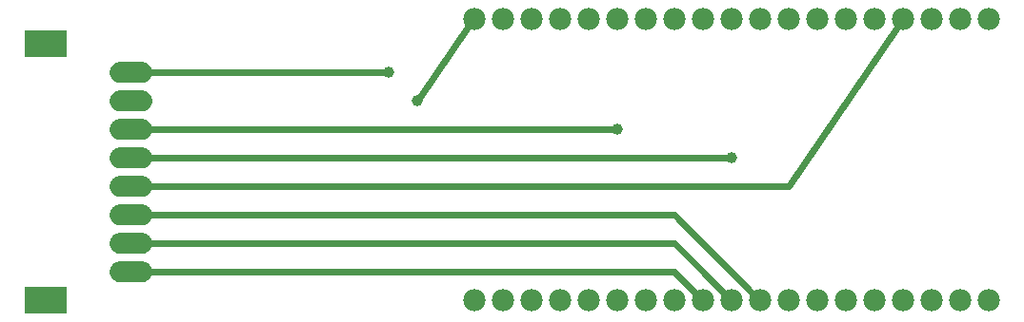
<source format=gtl>
G04 MADE WITH FRITZING*
G04 WWW.FRITZING.ORG*
G04 DOUBLE SIDED*
G04 HOLES PLATED*
G04 CONTOUR ON CENTER OF CONTOUR VECTOR*
%ASAXBY*%
%FSLAX23Y23*%
%MOIN*%
%OFA0B0*%
%SFA1.0B1.0*%
%ADD10C,0.078000*%
%ADD11C,0.039370*%
%ADD12C,0.074000*%
%ADD13R,0.148148X0.096296*%
%ADD14C,0.024000*%
%ADD15R,0.001000X0.001000*%
%LNCOPPER1*%
G90*
G70*
G54D10*
X1654Y56D03*
X1754Y56D03*
X1854Y56D03*
X1954Y56D03*
X2054Y56D03*
X2154Y56D03*
X2254Y56D03*
X2354Y56D03*
X2454Y56D03*
X2554Y56D03*
X2654Y56D03*
X2754Y56D03*
X2854Y56D03*
X2954Y56D03*
X3054Y56D03*
X3154Y56D03*
X3254Y56D03*
X3354Y56D03*
X3454Y56D03*
X1654Y1045D03*
X1754Y1045D03*
X1854Y1045D03*
X1954Y1045D03*
X2054Y1045D03*
X2154Y1045D03*
X2254Y1045D03*
X2354Y1045D03*
X2454Y1045D03*
X2554Y1045D03*
X2654Y1045D03*
X2754Y1045D03*
X2854Y1045D03*
X2954Y1045D03*
X3054Y1045D03*
X3154Y1045D03*
X3254Y1045D03*
X3354Y1045D03*
X3454Y1045D03*
G54D11*
X2154Y656D03*
X2554Y556D03*
X1454Y756D03*
X1354Y856D03*
G54D12*
X454Y856D03*
X454Y756D03*
X454Y656D03*
X454Y556D03*
X454Y456D03*
X454Y356D03*
X454Y256D03*
X454Y156D03*
G54D13*
X154Y956D03*
X154Y56D03*
G54D14*
X2432Y77D02*
X2354Y156D01*
D02*
X2354Y156D02*
X487Y156D01*
D02*
X2454Y156D02*
X2354Y256D01*
D02*
X2354Y256D02*
X487Y256D01*
D02*
X2532Y77D02*
X2454Y156D01*
D02*
X2632Y77D02*
X2354Y356D01*
D02*
X2354Y356D02*
X487Y356D01*
D02*
X3137Y1020D02*
X2754Y456D01*
D02*
X2754Y456D02*
X487Y456D01*
D02*
X2535Y556D02*
X487Y556D01*
D02*
X2135Y656D02*
X487Y656D01*
D02*
X1335Y856D02*
X487Y856D01*
D02*
X1636Y1020D02*
X1464Y771D01*
G54D15*
X410Y893D02*
X496Y893D01*
X406Y892D02*
X500Y892D01*
X403Y891D02*
X503Y891D01*
X401Y890D02*
X505Y890D01*
X399Y889D02*
X507Y889D01*
X397Y888D02*
X509Y888D01*
X396Y887D02*
X510Y887D01*
X394Y886D02*
X512Y886D01*
X393Y885D02*
X513Y885D01*
X392Y884D02*
X514Y884D01*
X391Y883D02*
X515Y883D01*
X390Y882D02*
X516Y882D01*
X389Y881D02*
X517Y881D01*
X388Y880D02*
X518Y880D01*
X387Y879D02*
X519Y879D01*
X386Y878D02*
X448Y878D01*
X458Y878D02*
X520Y878D01*
X386Y877D02*
X444Y877D01*
X461Y877D02*
X520Y877D01*
X385Y876D02*
X442Y876D01*
X464Y876D02*
X521Y876D01*
X384Y875D02*
X441Y875D01*
X465Y875D02*
X522Y875D01*
X384Y874D02*
X439Y874D01*
X467Y874D02*
X522Y874D01*
X383Y873D02*
X438Y873D01*
X468Y873D02*
X523Y873D01*
X383Y872D02*
X437Y872D01*
X469Y872D02*
X523Y872D01*
X382Y871D02*
X436Y871D01*
X470Y871D02*
X524Y871D01*
X382Y870D02*
X435Y870D01*
X471Y870D02*
X524Y870D01*
X382Y869D02*
X434Y869D01*
X472Y869D02*
X524Y869D01*
X381Y868D02*
X434Y868D01*
X472Y868D02*
X525Y868D01*
X381Y867D02*
X433Y867D01*
X473Y867D02*
X525Y867D01*
X381Y866D02*
X433Y866D01*
X473Y866D02*
X525Y866D01*
X381Y865D02*
X432Y865D01*
X474Y865D02*
X525Y865D01*
X380Y864D02*
X432Y864D01*
X474Y864D02*
X526Y864D01*
X380Y863D02*
X432Y863D01*
X474Y863D02*
X526Y863D01*
X380Y862D02*
X431Y862D01*
X475Y862D02*
X526Y862D01*
X380Y861D02*
X431Y861D01*
X475Y861D02*
X526Y861D01*
X380Y860D02*
X431Y860D01*
X475Y860D02*
X526Y860D01*
X380Y859D02*
X431Y859D01*
X475Y859D02*
X526Y859D01*
X380Y858D02*
X431Y858D01*
X475Y858D02*
X526Y858D01*
X380Y857D02*
X431Y857D01*
X475Y857D02*
X526Y857D01*
X380Y856D02*
X431Y856D01*
X475Y856D02*
X526Y856D01*
X380Y855D02*
X431Y855D01*
X475Y855D02*
X526Y855D01*
X380Y854D02*
X431Y854D01*
X475Y854D02*
X526Y854D01*
X380Y853D02*
X431Y853D01*
X475Y853D02*
X526Y853D01*
X380Y852D02*
X431Y852D01*
X475Y852D02*
X526Y852D01*
X380Y851D02*
X431Y851D01*
X475Y851D02*
X526Y851D01*
X380Y850D02*
X432Y850D01*
X474Y850D02*
X526Y850D01*
X380Y849D02*
X432Y849D01*
X474Y849D02*
X526Y849D01*
X381Y848D02*
X432Y848D01*
X474Y848D02*
X525Y848D01*
X381Y847D02*
X433Y847D01*
X473Y847D02*
X525Y847D01*
X381Y846D02*
X433Y846D01*
X473Y846D02*
X525Y846D01*
X381Y845D02*
X434Y845D01*
X472Y845D02*
X525Y845D01*
X382Y844D02*
X434Y844D01*
X471Y844D02*
X524Y844D01*
X382Y843D02*
X435Y843D01*
X471Y843D02*
X524Y843D01*
X383Y842D02*
X436Y842D01*
X470Y842D02*
X523Y842D01*
X383Y841D02*
X437Y841D01*
X469Y841D02*
X523Y841D01*
X383Y840D02*
X438Y840D01*
X468Y840D02*
X523Y840D01*
X384Y839D02*
X439Y839D01*
X467Y839D02*
X522Y839D01*
X385Y838D02*
X441Y838D01*
X465Y838D02*
X521Y838D01*
X385Y837D02*
X443Y837D01*
X463Y837D02*
X521Y837D01*
X386Y836D02*
X445Y836D01*
X461Y836D02*
X520Y836D01*
X386Y835D02*
X448Y835D01*
X458Y835D02*
X519Y835D01*
X387Y834D02*
X519Y834D01*
X388Y833D02*
X518Y833D01*
X389Y832D02*
X517Y832D01*
X390Y831D02*
X516Y831D01*
X391Y830D02*
X515Y830D01*
X392Y829D02*
X514Y829D01*
X393Y828D02*
X513Y828D01*
X394Y827D02*
X512Y827D01*
X396Y826D02*
X510Y826D01*
X397Y825D02*
X509Y825D01*
X399Y824D02*
X507Y824D01*
X401Y823D02*
X505Y823D01*
X403Y822D02*
X502Y822D01*
X407Y821D02*
X499Y821D01*
X411Y820D02*
X495Y820D01*
X410Y793D02*
X496Y793D01*
X406Y792D02*
X500Y792D01*
X403Y791D02*
X503Y791D01*
X401Y790D02*
X505Y790D01*
X399Y789D02*
X507Y789D01*
X397Y788D02*
X509Y788D01*
X395Y787D02*
X511Y787D01*
X394Y786D02*
X512Y786D01*
X393Y785D02*
X513Y785D01*
X392Y784D02*
X514Y784D01*
X391Y783D02*
X515Y783D01*
X390Y782D02*
X516Y782D01*
X389Y781D02*
X517Y781D01*
X388Y780D02*
X518Y780D01*
X387Y779D02*
X519Y779D01*
X386Y778D02*
X447Y778D01*
X459Y778D02*
X520Y778D01*
X386Y777D02*
X444Y777D01*
X462Y777D02*
X520Y777D01*
X385Y776D02*
X442Y776D01*
X464Y776D02*
X521Y776D01*
X384Y775D02*
X440Y775D01*
X466Y775D02*
X522Y775D01*
X384Y774D02*
X439Y774D01*
X467Y774D02*
X522Y774D01*
X383Y773D02*
X438Y773D01*
X468Y773D02*
X523Y773D01*
X383Y772D02*
X437Y772D01*
X469Y772D02*
X523Y772D01*
X382Y771D02*
X436Y771D01*
X470Y771D02*
X524Y771D01*
X382Y770D02*
X435Y770D01*
X471Y770D02*
X524Y770D01*
X382Y769D02*
X434Y769D01*
X472Y769D02*
X524Y769D01*
X381Y768D02*
X434Y768D01*
X472Y768D02*
X525Y768D01*
X381Y767D02*
X433Y767D01*
X473Y767D02*
X525Y767D01*
X381Y766D02*
X433Y766D01*
X473Y766D02*
X525Y766D01*
X380Y765D02*
X432Y765D01*
X474Y765D02*
X525Y765D01*
X380Y764D02*
X432Y764D01*
X474Y764D02*
X526Y764D01*
X380Y763D02*
X432Y763D01*
X474Y763D02*
X526Y763D01*
X380Y762D02*
X431Y762D01*
X475Y762D02*
X526Y762D01*
X380Y761D02*
X431Y761D01*
X475Y761D02*
X526Y761D01*
X380Y760D02*
X431Y760D01*
X475Y760D02*
X526Y760D01*
X380Y759D02*
X431Y759D01*
X475Y759D02*
X526Y759D01*
X380Y758D02*
X431Y758D01*
X475Y758D02*
X526Y758D01*
X380Y757D02*
X431Y757D01*
X475Y757D02*
X526Y757D01*
X380Y756D02*
X431Y756D01*
X475Y756D02*
X526Y756D01*
X380Y755D02*
X431Y755D01*
X475Y755D02*
X526Y755D01*
X380Y754D02*
X431Y754D01*
X475Y754D02*
X526Y754D01*
X380Y753D02*
X431Y753D01*
X475Y753D02*
X526Y753D01*
X380Y752D02*
X431Y752D01*
X475Y752D02*
X526Y752D01*
X380Y751D02*
X431Y751D01*
X475Y751D02*
X526Y751D01*
X380Y750D02*
X432Y750D01*
X474Y750D02*
X526Y750D01*
X380Y749D02*
X432Y749D01*
X474Y749D02*
X526Y749D01*
X381Y748D02*
X432Y748D01*
X474Y748D02*
X525Y748D01*
X381Y747D02*
X433Y747D01*
X473Y747D02*
X525Y747D01*
X381Y746D02*
X433Y746D01*
X473Y746D02*
X525Y746D01*
X381Y745D02*
X434Y745D01*
X472Y745D02*
X525Y745D01*
X382Y744D02*
X435Y744D01*
X471Y744D02*
X524Y744D01*
X382Y743D02*
X435Y743D01*
X471Y743D02*
X524Y743D01*
X383Y742D02*
X436Y742D01*
X470Y742D02*
X523Y742D01*
X383Y741D02*
X437Y741D01*
X469Y741D02*
X523Y741D01*
X383Y740D02*
X438Y740D01*
X468Y740D02*
X522Y740D01*
X384Y739D02*
X439Y739D01*
X466Y739D02*
X522Y739D01*
X385Y738D02*
X441Y738D01*
X465Y738D02*
X521Y738D01*
X385Y737D02*
X443Y737D01*
X463Y737D02*
X521Y737D01*
X386Y736D02*
X445Y736D01*
X461Y736D02*
X520Y736D01*
X387Y735D02*
X449Y735D01*
X457Y735D02*
X519Y735D01*
X387Y734D02*
X519Y734D01*
X388Y733D02*
X518Y733D01*
X389Y732D02*
X517Y732D01*
X390Y731D02*
X516Y731D01*
X391Y730D02*
X515Y730D01*
X392Y729D02*
X514Y729D01*
X393Y728D02*
X513Y728D01*
X394Y727D02*
X512Y727D01*
X396Y726D02*
X510Y726D01*
X397Y725D02*
X509Y725D01*
X399Y724D02*
X507Y724D01*
X401Y723D02*
X505Y723D01*
X404Y722D02*
X502Y722D01*
X407Y721D02*
X499Y721D01*
X412Y720D02*
X494Y720D01*
X409Y693D02*
X497Y693D01*
X405Y692D02*
X501Y692D01*
X403Y691D02*
X503Y691D01*
X400Y690D02*
X506Y690D01*
X398Y689D02*
X508Y689D01*
X397Y688D02*
X509Y688D01*
X395Y687D02*
X511Y687D01*
X394Y686D02*
X512Y686D01*
X393Y685D02*
X513Y685D01*
X392Y684D02*
X514Y684D01*
X390Y683D02*
X515Y683D01*
X390Y682D02*
X516Y682D01*
X389Y681D02*
X517Y681D01*
X388Y680D02*
X518Y680D01*
X387Y679D02*
X519Y679D01*
X386Y678D02*
X447Y678D01*
X459Y678D02*
X520Y678D01*
X386Y677D02*
X444Y677D01*
X462Y677D02*
X520Y677D01*
X385Y676D02*
X442Y676D01*
X464Y676D02*
X521Y676D01*
X384Y675D02*
X440Y675D01*
X466Y675D02*
X522Y675D01*
X384Y674D02*
X439Y674D01*
X467Y674D02*
X522Y674D01*
X383Y673D02*
X438Y673D01*
X468Y673D02*
X523Y673D01*
X383Y672D02*
X437Y672D01*
X469Y672D02*
X523Y672D01*
X382Y671D02*
X436Y671D01*
X470Y671D02*
X524Y671D01*
X382Y670D02*
X435Y670D01*
X471Y670D02*
X524Y670D01*
X382Y669D02*
X434Y669D01*
X472Y669D02*
X524Y669D01*
X381Y668D02*
X434Y668D01*
X472Y668D02*
X525Y668D01*
X381Y667D02*
X433Y667D01*
X473Y667D02*
X525Y667D01*
X381Y666D02*
X433Y666D01*
X473Y666D02*
X525Y666D01*
X380Y665D02*
X432Y665D01*
X474Y665D02*
X526Y665D01*
X380Y664D02*
X432Y664D01*
X474Y664D02*
X526Y664D01*
X380Y663D02*
X432Y663D01*
X474Y663D02*
X526Y663D01*
X380Y662D02*
X431Y662D01*
X475Y662D02*
X526Y662D01*
X380Y661D02*
X431Y661D01*
X475Y661D02*
X526Y661D01*
X380Y660D02*
X431Y660D01*
X475Y660D02*
X526Y660D01*
X380Y659D02*
X431Y659D01*
X475Y659D02*
X526Y659D01*
X380Y658D02*
X431Y658D01*
X475Y658D02*
X526Y658D01*
X380Y657D02*
X431Y657D01*
X475Y657D02*
X526Y657D01*
X380Y656D02*
X431Y656D01*
X475Y656D02*
X526Y656D01*
X380Y655D02*
X431Y655D01*
X475Y655D02*
X526Y655D01*
X380Y654D02*
X431Y654D01*
X475Y654D02*
X526Y654D01*
X380Y653D02*
X431Y653D01*
X475Y653D02*
X526Y653D01*
X380Y652D02*
X431Y652D01*
X475Y652D02*
X526Y652D01*
X380Y651D02*
X431Y651D01*
X475Y651D02*
X526Y651D01*
X380Y650D02*
X432Y650D01*
X474Y650D02*
X526Y650D01*
X380Y649D02*
X432Y649D01*
X474Y649D02*
X526Y649D01*
X381Y648D02*
X432Y648D01*
X474Y648D02*
X525Y648D01*
X381Y647D02*
X433Y647D01*
X473Y647D02*
X525Y647D01*
X381Y646D02*
X433Y646D01*
X473Y646D02*
X525Y646D01*
X381Y645D02*
X434Y645D01*
X472Y645D02*
X525Y645D01*
X382Y644D02*
X435Y644D01*
X471Y644D02*
X524Y644D01*
X382Y643D02*
X435Y643D01*
X471Y643D02*
X524Y643D01*
X383Y642D02*
X436Y642D01*
X470Y642D02*
X523Y642D01*
X383Y641D02*
X437Y641D01*
X469Y641D02*
X523Y641D01*
X384Y640D02*
X438Y640D01*
X468Y640D02*
X522Y640D01*
X384Y639D02*
X440Y639D01*
X466Y639D02*
X522Y639D01*
X385Y638D02*
X441Y638D01*
X465Y638D02*
X521Y638D01*
X385Y637D02*
X443Y637D01*
X463Y637D02*
X521Y637D01*
X386Y636D02*
X445Y636D01*
X460Y636D02*
X520Y636D01*
X387Y635D02*
X449Y635D01*
X457Y635D02*
X519Y635D01*
X387Y634D02*
X519Y634D01*
X388Y633D02*
X518Y633D01*
X389Y632D02*
X517Y632D01*
X390Y631D02*
X516Y631D01*
X391Y630D02*
X515Y630D01*
X392Y629D02*
X514Y629D01*
X393Y628D02*
X513Y628D01*
X395Y627D02*
X511Y627D01*
X396Y626D02*
X510Y626D01*
X398Y625D02*
X508Y625D01*
X399Y624D02*
X507Y624D01*
X401Y623D02*
X505Y623D01*
X404Y622D02*
X502Y622D01*
X407Y621D02*
X499Y621D01*
X413Y620D02*
X493Y620D01*
X409Y593D02*
X497Y593D01*
X405Y592D02*
X501Y592D01*
X402Y591D02*
X504Y591D01*
X400Y590D02*
X506Y590D01*
X398Y589D02*
X508Y589D01*
X397Y588D02*
X509Y588D01*
X395Y587D02*
X511Y587D01*
X394Y586D02*
X512Y586D01*
X393Y585D02*
X513Y585D01*
X391Y584D02*
X515Y584D01*
X390Y583D02*
X516Y583D01*
X389Y582D02*
X517Y582D01*
X389Y581D02*
X517Y581D01*
X388Y580D02*
X518Y580D01*
X387Y579D02*
X519Y579D01*
X386Y578D02*
X447Y578D01*
X459Y578D02*
X520Y578D01*
X386Y577D02*
X444Y577D01*
X462Y577D02*
X520Y577D01*
X385Y576D02*
X442Y576D01*
X464Y576D02*
X521Y576D01*
X384Y575D02*
X440Y575D01*
X466Y575D02*
X522Y575D01*
X384Y574D02*
X439Y574D01*
X467Y574D02*
X522Y574D01*
X383Y573D02*
X438Y573D01*
X468Y573D02*
X523Y573D01*
X383Y572D02*
X437Y572D01*
X469Y572D02*
X523Y572D01*
X382Y571D02*
X436Y571D01*
X470Y571D02*
X524Y571D01*
X382Y570D02*
X435Y570D01*
X471Y570D02*
X524Y570D01*
X382Y569D02*
X434Y569D01*
X472Y569D02*
X524Y569D01*
X381Y568D02*
X434Y568D01*
X472Y568D02*
X525Y568D01*
X381Y567D02*
X433Y567D01*
X473Y567D02*
X525Y567D01*
X381Y566D02*
X433Y566D01*
X473Y566D02*
X525Y566D01*
X380Y565D02*
X432Y565D01*
X474Y565D02*
X526Y565D01*
X380Y564D02*
X432Y564D01*
X474Y564D02*
X526Y564D01*
X380Y563D02*
X431Y563D01*
X474Y563D02*
X526Y563D01*
X380Y562D02*
X431Y562D01*
X475Y562D02*
X526Y562D01*
X380Y561D02*
X431Y561D01*
X475Y561D02*
X526Y561D01*
X380Y560D02*
X431Y560D01*
X475Y560D02*
X526Y560D01*
X380Y559D02*
X431Y559D01*
X475Y559D02*
X526Y559D01*
X380Y558D02*
X431Y558D01*
X475Y558D02*
X526Y558D01*
X380Y557D02*
X431Y557D01*
X475Y557D02*
X526Y557D01*
X380Y556D02*
X431Y556D01*
X475Y556D02*
X526Y556D01*
X380Y555D02*
X431Y555D01*
X475Y555D02*
X526Y555D01*
X380Y554D02*
X431Y554D01*
X475Y554D02*
X526Y554D01*
X380Y553D02*
X431Y553D01*
X475Y553D02*
X526Y553D01*
X380Y552D02*
X431Y552D01*
X475Y552D02*
X526Y552D01*
X380Y551D02*
X431Y551D01*
X475Y551D02*
X526Y551D01*
X380Y550D02*
X432Y550D01*
X474Y550D02*
X526Y550D01*
X380Y549D02*
X432Y549D01*
X474Y549D02*
X526Y549D01*
X381Y548D02*
X432Y548D01*
X474Y548D02*
X525Y548D01*
X381Y547D02*
X433Y547D01*
X473Y547D02*
X525Y547D01*
X381Y546D02*
X433Y546D01*
X473Y546D02*
X525Y546D01*
X381Y545D02*
X434Y545D01*
X472Y545D02*
X525Y545D01*
X382Y544D02*
X435Y544D01*
X471Y544D02*
X524Y544D01*
X382Y543D02*
X436Y543D01*
X470Y543D02*
X524Y543D01*
X383Y542D02*
X436Y542D01*
X470Y542D02*
X523Y542D01*
X383Y541D02*
X437Y541D01*
X469Y541D02*
X523Y541D01*
X384Y540D02*
X438Y540D01*
X467Y540D02*
X522Y540D01*
X384Y539D02*
X440Y539D01*
X466Y539D02*
X522Y539D01*
X385Y538D02*
X441Y538D01*
X465Y538D02*
X521Y538D01*
X385Y537D02*
X443Y537D01*
X463Y537D02*
X521Y537D01*
X386Y536D02*
X446Y536D01*
X460Y536D02*
X520Y536D01*
X387Y535D02*
X450Y535D01*
X456Y535D02*
X519Y535D01*
X387Y534D02*
X519Y534D01*
X388Y533D02*
X518Y533D01*
X389Y532D02*
X517Y532D01*
X390Y531D02*
X516Y531D01*
X391Y530D02*
X515Y530D01*
X392Y529D02*
X514Y529D01*
X393Y528D02*
X513Y528D01*
X395Y527D02*
X511Y527D01*
X396Y526D02*
X510Y526D01*
X398Y525D02*
X508Y525D01*
X400Y524D02*
X506Y524D01*
X402Y523D02*
X504Y523D01*
X404Y522D02*
X502Y522D01*
X408Y521D02*
X498Y521D01*
X414Y520D02*
X492Y520D01*
X409Y493D02*
X497Y493D01*
X405Y492D02*
X501Y492D01*
X402Y491D02*
X504Y491D01*
X400Y490D02*
X506Y490D01*
X398Y489D02*
X508Y489D01*
X397Y488D02*
X509Y488D01*
X395Y487D02*
X511Y487D01*
X394Y486D02*
X512Y486D01*
X392Y485D02*
X513Y485D01*
X391Y484D02*
X515Y484D01*
X390Y483D02*
X516Y483D01*
X389Y482D02*
X517Y482D01*
X388Y481D02*
X518Y481D01*
X388Y480D02*
X518Y480D01*
X387Y479D02*
X519Y479D01*
X386Y478D02*
X447Y478D01*
X459Y478D02*
X520Y478D01*
X385Y477D02*
X444Y477D01*
X462Y477D02*
X521Y477D01*
X385Y476D02*
X442Y476D01*
X464Y476D02*
X521Y476D01*
X384Y475D02*
X440Y475D01*
X466Y475D02*
X522Y475D01*
X384Y474D02*
X439Y474D01*
X467Y474D02*
X522Y474D01*
X383Y473D02*
X438Y473D01*
X468Y473D02*
X523Y473D01*
X383Y472D02*
X437Y472D01*
X469Y472D02*
X523Y472D01*
X382Y471D02*
X436Y471D01*
X470Y471D02*
X524Y471D01*
X382Y470D02*
X435Y470D01*
X471Y470D02*
X524Y470D01*
X382Y469D02*
X434Y469D01*
X472Y469D02*
X524Y469D01*
X381Y468D02*
X434Y468D01*
X472Y468D02*
X525Y468D01*
X381Y467D02*
X433Y467D01*
X473Y467D02*
X525Y467D01*
X381Y466D02*
X433Y466D01*
X473Y466D02*
X525Y466D01*
X380Y465D02*
X432Y465D01*
X474Y465D02*
X526Y465D01*
X380Y464D02*
X432Y464D01*
X474Y464D02*
X526Y464D01*
X380Y463D02*
X431Y463D01*
X475Y463D02*
X526Y463D01*
X380Y462D02*
X431Y462D01*
X475Y462D02*
X526Y462D01*
X380Y461D02*
X431Y461D01*
X475Y461D02*
X526Y461D01*
X380Y460D02*
X431Y460D01*
X475Y460D02*
X526Y460D01*
X380Y459D02*
X431Y459D01*
X475Y459D02*
X526Y459D01*
X380Y458D02*
X431Y458D01*
X475Y458D02*
X526Y458D01*
X380Y457D02*
X431Y457D01*
X475Y457D02*
X526Y457D01*
X380Y456D02*
X431Y456D01*
X475Y456D02*
X526Y456D01*
X380Y455D02*
X431Y455D01*
X475Y455D02*
X526Y455D01*
X380Y454D02*
X431Y454D01*
X475Y454D02*
X526Y454D01*
X380Y453D02*
X431Y453D01*
X475Y453D02*
X526Y453D01*
X380Y452D02*
X431Y452D01*
X475Y452D02*
X526Y452D01*
X380Y451D02*
X431Y451D01*
X475Y451D02*
X526Y451D01*
X380Y450D02*
X432Y450D01*
X474Y450D02*
X526Y450D01*
X380Y449D02*
X432Y449D01*
X474Y449D02*
X526Y449D01*
X381Y448D02*
X432Y448D01*
X474Y448D02*
X525Y448D01*
X381Y447D02*
X433Y447D01*
X473Y447D02*
X525Y447D01*
X381Y446D02*
X434Y446D01*
X472Y446D02*
X525Y446D01*
X382Y445D02*
X434Y445D01*
X472Y445D02*
X524Y445D01*
X382Y444D02*
X435Y444D01*
X471Y444D02*
X524Y444D01*
X382Y443D02*
X436Y443D01*
X470Y443D02*
X524Y443D01*
X383Y442D02*
X436Y442D01*
X470Y442D02*
X523Y442D01*
X383Y441D02*
X437Y441D01*
X469Y441D02*
X523Y441D01*
X384Y440D02*
X439Y440D01*
X467Y440D02*
X522Y440D01*
X384Y439D02*
X440Y439D01*
X466Y439D02*
X522Y439D01*
X385Y438D02*
X441Y438D01*
X465Y438D02*
X521Y438D01*
X385Y437D02*
X443Y437D01*
X463Y437D02*
X521Y437D01*
X386Y436D02*
X446Y436D01*
X460Y436D02*
X520Y436D01*
X387Y435D02*
X451Y435D01*
X455Y435D02*
X519Y435D01*
X387Y434D02*
X518Y434D01*
X388Y433D02*
X518Y433D01*
X389Y432D02*
X517Y432D01*
X390Y431D02*
X516Y431D01*
X391Y430D02*
X515Y430D01*
X392Y429D02*
X514Y429D01*
X393Y428D02*
X512Y428D01*
X395Y427D02*
X511Y427D01*
X396Y426D02*
X510Y426D01*
X398Y425D02*
X508Y425D01*
X400Y424D02*
X506Y424D01*
X402Y423D02*
X504Y423D01*
X404Y422D02*
X502Y422D01*
X408Y421D02*
X498Y421D01*
X415Y420D02*
X491Y420D01*
X408Y393D02*
X498Y393D01*
X405Y392D02*
X501Y392D01*
X402Y391D02*
X504Y391D01*
X400Y390D02*
X506Y390D01*
X398Y389D02*
X508Y389D01*
X396Y388D02*
X510Y388D01*
X395Y387D02*
X511Y387D01*
X394Y386D02*
X512Y386D01*
X392Y385D02*
X514Y385D01*
X391Y384D02*
X515Y384D01*
X390Y383D02*
X516Y383D01*
X389Y382D02*
X517Y382D01*
X388Y381D02*
X518Y381D01*
X388Y380D02*
X518Y380D01*
X387Y379D02*
X519Y379D01*
X386Y378D02*
X446Y378D01*
X460Y378D02*
X520Y378D01*
X385Y377D02*
X443Y377D01*
X463Y377D02*
X521Y377D01*
X385Y376D02*
X442Y376D01*
X464Y376D02*
X521Y376D01*
X384Y375D02*
X440Y375D01*
X466Y375D02*
X522Y375D01*
X384Y374D02*
X439Y374D01*
X467Y374D02*
X522Y374D01*
X383Y373D02*
X437Y373D01*
X468Y373D02*
X523Y373D01*
X383Y372D02*
X436Y372D01*
X469Y372D02*
X523Y372D01*
X382Y371D02*
X436Y371D01*
X470Y371D02*
X524Y371D01*
X382Y370D02*
X435Y370D01*
X471Y370D02*
X524Y370D01*
X382Y369D02*
X434Y369D01*
X472Y369D02*
X524Y369D01*
X381Y368D02*
X434Y368D01*
X472Y368D02*
X525Y368D01*
X381Y367D02*
X433Y367D01*
X473Y367D02*
X525Y367D01*
X381Y366D02*
X432Y366D01*
X474Y366D02*
X525Y366D01*
X380Y365D02*
X432Y365D01*
X474Y365D02*
X526Y365D01*
X380Y364D02*
X432Y364D01*
X474Y364D02*
X526Y364D01*
X380Y363D02*
X431Y363D01*
X475Y363D02*
X526Y363D01*
X380Y362D02*
X431Y362D01*
X475Y362D02*
X526Y362D01*
X380Y361D02*
X431Y361D01*
X475Y361D02*
X526Y361D01*
X380Y360D02*
X431Y360D01*
X475Y360D02*
X526Y360D01*
X380Y359D02*
X431Y359D01*
X475Y359D02*
X526Y359D01*
X380Y358D02*
X431Y358D01*
X475Y358D02*
X526Y358D01*
X380Y357D02*
X431Y357D01*
X475Y357D02*
X526Y357D01*
X380Y356D02*
X431Y356D01*
X475Y356D02*
X526Y356D01*
X380Y355D02*
X431Y355D01*
X475Y355D02*
X526Y355D01*
X380Y354D02*
X431Y354D01*
X475Y354D02*
X526Y354D01*
X380Y353D02*
X431Y353D01*
X475Y353D02*
X526Y353D01*
X380Y352D02*
X431Y352D01*
X475Y352D02*
X526Y352D01*
X380Y351D02*
X431Y351D01*
X475Y351D02*
X526Y351D01*
X380Y350D02*
X432Y350D01*
X474Y350D02*
X526Y350D01*
X380Y349D02*
X432Y349D01*
X474Y349D02*
X526Y349D01*
X381Y348D02*
X432Y348D01*
X474Y348D02*
X525Y348D01*
X381Y347D02*
X433Y347D01*
X473Y347D02*
X525Y347D01*
X381Y346D02*
X434Y346D01*
X472Y346D02*
X525Y346D01*
X382Y345D02*
X434Y345D01*
X472Y345D02*
X524Y345D01*
X382Y344D02*
X435Y344D01*
X471Y344D02*
X524Y344D01*
X382Y343D02*
X436Y343D01*
X470Y343D02*
X524Y343D01*
X383Y342D02*
X436Y342D01*
X469Y342D02*
X523Y342D01*
X383Y341D02*
X437Y341D01*
X468Y341D02*
X523Y341D01*
X384Y340D02*
X439Y340D01*
X467Y340D02*
X522Y340D01*
X384Y339D02*
X440Y339D01*
X466Y339D02*
X522Y339D01*
X385Y338D02*
X442Y338D01*
X464Y338D02*
X521Y338D01*
X385Y337D02*
X443Y337D01*
X463Y337D02*
X521Y337D01*
X386Y336D02*
X446Y336D01*
X460Y336D02*
X520Y336D01*
X387Y335D02*
X519Y335D01*
X388Y334D02*
X518Y334D01*
X388Y333D02*
X518Y333D01*
X389Y332D02*
X517Y332D01*
X390Y331D02*
X516Y331D01*
X391Y330D02*
X515Y330D01*
X392Y329D02*
X514Y329D01*
X394Y328D02*
X512Y328D01*
X395Y327D02*
X511Y327D01*
X396Y326D02*
X510Y326D01*
X398Y325D02*
X508Y325D01*
X400Y324D02*
X506Y324D01*
X402Y323D02*
X504Y323D01*
X405Y322D02*
X501Y322D01*
X408Y321D02*
X498Y321D01*
X416Y294D02*
X490Y294D01*
X408Y293D02*
X498Y293D01*
X404Y292D02*
X502Y292D01*
X402Y291D02*
X504Y291D01*
X400Y290D02*
X506Y290D01*
X398Y289D02*
X508Y289D01*
X396Y288D02*
X510Y288D01*
X395Y287D02*
X511Y287D01*
X393Y286D02*
X512Y286D01*
X392Y285D02*
X514Y285D01*
X391Y284D02*
X515Y284D01*
X390Y283D02*
X516Y283D01*
X389Y282D02*
X517Y282D01*
X388Y281D02*
X518Y281D01*
X388Y280D02*
X518Y280D01*
X387Y279D02*
X451Y279D01*
X455Y279D02*
X519Y279D01*
X386Y278D02*
X446Y278D01*
X460Y278D02*
X520Y278D01*
X385Y277D02*
X443Y277D01*
X463Y277D02*
X521Y277D01*
X385Y276D02*
X441Y276D01*
X465Y276D02*
X521Y276D01*
X384Y275D02*
X440Y275D01*
X466Y275D02*
X522Y275D01*
X384Y274D02*
X439Y274D01*
X467Y274D02*
X522Y274D01*
X383Y273D02*
X437Y273D01*
X469Y273D02*
X523Y273D01*
X383Y272D02*
X436Y272D01*
X470Y272D02*
X523Y272D01*
X382Y271D02*
X436Y271D01*
X470Y271D02*
X524Y271D01*
X382Y270D02*
X435Y270D01*
X471Y270D02*
X524Y270D01*
X382Y269D02*
X434Y269D01*
X472Y269D02*
X524Y269D01*
X381Y268D02*
X434Y268D01*
X472Y268D02*
X525Y268D01*
X381Y267D02*
X433Y267D01*
X473Y267D02*
X525Y267D01*
X381Y266D02*
X432Y266D01*
X474Y266D02*
X525Y266D01*
X380Y265D02*
X432Y265D01*
X474Y265D02*
X526Y265D01*
X380Y264D02*
X432Y264D01*
X474Y264D02*
X526Y264D01*
X380Y263D02*
X431Y263D01*
X475Y263D02*
X526Y263D01*
X380Y262D02*
X431Y262D01*
X475Y262D02*
X526Y262D01*
X380Y261D02*
X431Y261D01*
X475Y261D02*
X526Y261D01*
X380Y260D02*
X431Y260D01*
X475Y260D02*
X526Y260D01*
X380Y259D02*
X431Y259D01*
X475Y259D02*
X526Y259D01*
X380Y258D02*
X431Y258D01*
X475Y258D02*
X526Y258D01*
X380Y257D02*
X431Y257D01*
X475Y257D02*
X526Y257D01*
X380Y256D02*
X431Y256D01*
X475Y256D02*
X526Y256D01*
X380Y255D02*
X431Y255D01*
X475Y255D02*
X526Y255D01*
X380Y254D02*
X431Y254D01*
X475Y254D02*
X526Y254D01*
X380Y253D02*
X431Y253D01*
X475Y253D02*
X526Y253D01*
X380Y252D02*
X431Y252D01*
X475Y252D02*
X526Y252D01*
X380Y251D02*
X431Y251D01*
X475Y251D02*
X526Y251D01*
X380Y250D02*
X432Y250D01*
X474Y250D02*
X526Y250D01*
X380Y249D02*
X432Y249D01*
X474Y249D02*
X526Y249D01*
X381Y248D02*
X433Y248D01*
X473Y248D02*
X525Y248D01*
X381Y247D02*
X433Y247D01*
X473Y247D02*
X525Y247D01*
X381Y246D02*
X434Y246D01*
X472Y246D02*
X525Y246D01*
X382Y245D02*
X434Y245D01*
X472Y245D02*
X524Y245D01*
X382Y244D02*
X435Y244D01*
X471Y244D02*
X524Y244D01*
X382Y243D02*
X436Y243D01*
X470Y243D02*
X524Y243D01*
X383Y242D02*
X437Y242D01*
X469Y242D02*
X523Y242D01*
X383Y241D02*
X438Y241D01*
X468Y241D02*
X523Y241D01*
X384Y240D02*
X439Y240D01*
X467Y240D02*
X522Y240D01*
X384Y239D02*
X440Y239D01*
X466Y239D02*
X522Y239D01*
X385Y238D02*
X442Y238D01*
X464Y238D02*
X521Y238D01*
X385Y237D02*
X444Y237D01*
X462Y237D02*
X521Y237D01*
X386Y236D02*
X447Y236D01*
X459Y236D02*
X520Y236D01*
X387Y235D02*
X519Y235D01*
X388Y234D02*
X518Y234D01*
X388Y233D02*
X518Y233D01*
X389Y232D02*
X517Y232D01*
X390Y231D02*
X516Y231D01*
X391Y230D02*
X515Y230D01*
X392Y229D02*
X513Y229D01*
X394Y228D02*
X512Y228D01*
X395Y227D02*
X511Y227D01*
X397Y226D02*
X509Y226D01*
X398Y225D02*
X508Y225D01*
X400Y224D02*
X506Y224D01*
X402Y223D02*
X504Y223D01*
X405Y222D02*
X501Y222D01*
X409Y221D02*
X497Y221D01*
X414Y194D02*
X492Y194D01*
X408Y193D02*
X498Y193D01*
X404Y192D02*
X502Y192D01*
X402Y191D02*
X504Y191D01*
X400Y190D02*
X506Y190D01*
X398Y189D02*
X508Y189D01*
X396Y188D02*
X510Y188D01*
X395Y187D02*
X511Y187D01*
X393Y186D02*
X513Y186D01*
X392Y185D02*
X514Y185D01*
X391Y184D02*
X515Y184D01*
X390Y183D02*
X516Y183D01*
X389Y182D02*
X517Y182D01*
X388Y181D02*
X518Y181D01*
X387Y180D02*
X519Y180D01*
X387Y179D02*
X450Y179D01*
X456Y179D02*
X519Y179D01*
X386Y178D02*
X446Y178D01*
X460Y178D02*
X520Y178D01*
X385Y177D02*
X443Y177D01*
X463Y177D02*
X521Y177D01*
X385Y176D02*
X441Y176D01*
X465Y176D02*
X521Y176D01*
X384Y175D02*
X440Y175D01*
X466Y175D02*
X522Y175D01*
X384Y174D02*
X439Y174D01*
X467Y174D02*
X522Y174D01*
X383Y173D02*
X437Y173D01*
X469Y173D02*
X523Y173D01*
X383Y172D02*
X436Y172D01*
X470Y172D02*
X523Y172D01*
X382Y171D02*
X436Y171D01*
X470Y171D02*
X524Y171D01*
X382Y170D02*
X435Y170D01*
X471Y170D02*
X524Y170D01*
X381Y169D02*
X434Y169D01*
X472Y169D02*
X525Y169D01*
X381Y168D02*
X433Y168D01*
X473Y168D02*
X525Y168D01*
X381Y167D02*
X433Y167D01*
X473Y167D02*
X525Y167D01*
X381Y166D02*
X432Y166D01*
X474Y166D02*
X525Y166D01*
X380Y165D02*
X432Y165D01*
X474Y165D02*
X526Y165D01*
X380Y164D02*
X432Y164D01*
X474Y164D02*
X526Y164D01*
X380Y163D02*
X431Y163D01*
X475Y163D02*
X526Y163D01*
X380Y162D02*
X431Y162D01*
X475Y162D02*
X526Y162D01*
X380Y161D02*
X431Y161D01*
X475Y161D02*
X526Y161D01*
X380Y160D02*
X431Y160D01*
X475Y160D02*
X526Y160D01*
X380Y159D02*
X431Y159D01*
X475Y159D02*
X526Y159D01*
X380Y158D02*
X431Y158D01*
X475Y158D02*
X526Y158D01*
X380Y157D02*
X431Y157D01*
X475Y157D02*
X526Y157D01*
X380Y156D02*
X431Y156D01*
X475Y156D02*
X526Y156D01*
X380Y155D02*
X431Y155D01*
X475Y155D02*
X526Y155D01*
X380Y154D02*
X431Y154D01*
X475Y154D02*
X526Y154D01*
X380Y153D02*
X431Y153D01*
X475Y153D02*
X526Y153D01*
X380Y152D02*
X431Y152D01*
X475Y152D02*
X526Y152D01*
X380Y151D02*
X431Y151D01*
X474Y151D02*
X526Y151D01*
X380Y150D02*
X432Y150D01*
X474Y150D02*
X526Y150D01*
X380Y149D02*
X432Y149D01*
X474Y149D02*
X526Y149D01*
X381Y148D02*
X433Y148D01*
X473Y148D02*
X525Y148D01*
X381Y147D02*
X433Y147D01*
X473Y147D02*
X525Y147D01*
X381Y146D02*
X434Y146D01*
X472Y146D02*
X525Y146D01*
X382Y145D02*
X434Y145D01*
X472Y145D02*
X524Y145D01*
X382Y144D02*
X435Y144D01*
X471Y144D02*
X524Y144D01*
X382Y143D02*
X436Y143D01*
X470Y143D02*
X524Y143D01*
X383Y142D02*
X437Y142D01*
X469Y142D02*
X523Y142D01*
X383Y141D02*
X438Y141D01*
X468Y141D02*
X523Y141D01*
X384Y140D02*
X439Y140D01*
X467Y140D02*
X522Y140D01*
X384Y139D02*
X440Y139D01*
X466Y139D02*
X522Y139D01*
X385Y138D02*
X442Y138D01*
X464Y138D02*
X521Y138D01*
X386Y137D02*
X444Y137D01*
X462Y137D02*
X520Y137D01*
X386Y136D02*
X447Y136D01*
X459Y136D02*
X520Y136D01*
X387Y135D02*
X519Y135D01*
X388Y134D02*
X518Y134D01*
X389Y133D02*
X517Y133D01*
X389Y132D02*
X517Y132D01*
X390Y131D02*
X516Y131D01*
X391Y130D02*
X515Y130D01*
X393Y129D02*
X513Y129D01*
X394Y128D02*
X512Y128D01*
X395Y127D02*
X511Y127D01*
X397Y126D02*
X509Y126D01*
X398Y125D02*
X508Y125D01*
X400Y124D02*
X506Y124D01*
X402Y123D02*
X504Y123D01*
X405Y122D02*
X501Y122D01*
X409Y121D02*
X497Y121D01*
D02*
G04 End of Copper1*
M02*
</source>
